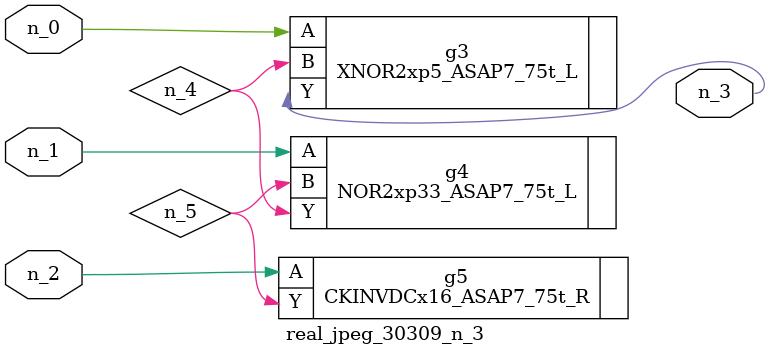
<source format=v>
module real_jpeg_30309_n_3 (n_1, n_0, n_2, n_3);

input n_1;
input n_0;
input n_2;

output n_3;

wire n_5;
wire n_4;

XNOR2xp5_ASAP7_75t_L g3 ( 
.A(n_0),
.B(n_4),
.Y(n_3)
);

NOR2xp33_ASAP7_75t_L g4 ( 
.A(n_1),
.B(n_5),
.Y(n_4)
);

CKINVDCx16_ASAP7_75t_R g5 ( 
.A(n_2),
.Y(n_5)
);


endmodule
</source>
